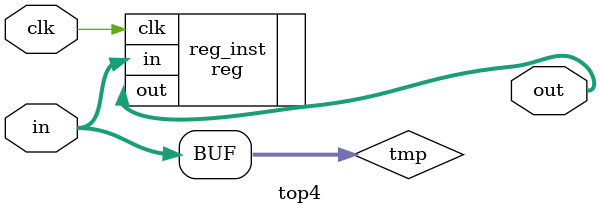
<source format=v>
module top4(
  input clk,
  input [15:0] in,
  output [15:0] out
);

  wire [15:0] tmp;
  assign tmp = in;

  (* lib="coreir" *)
  \reg #(.width(16)) reg_inst(
    .in(tmp),
    .out(out),
    .clk(clk)
  );

endmodule

</source>
